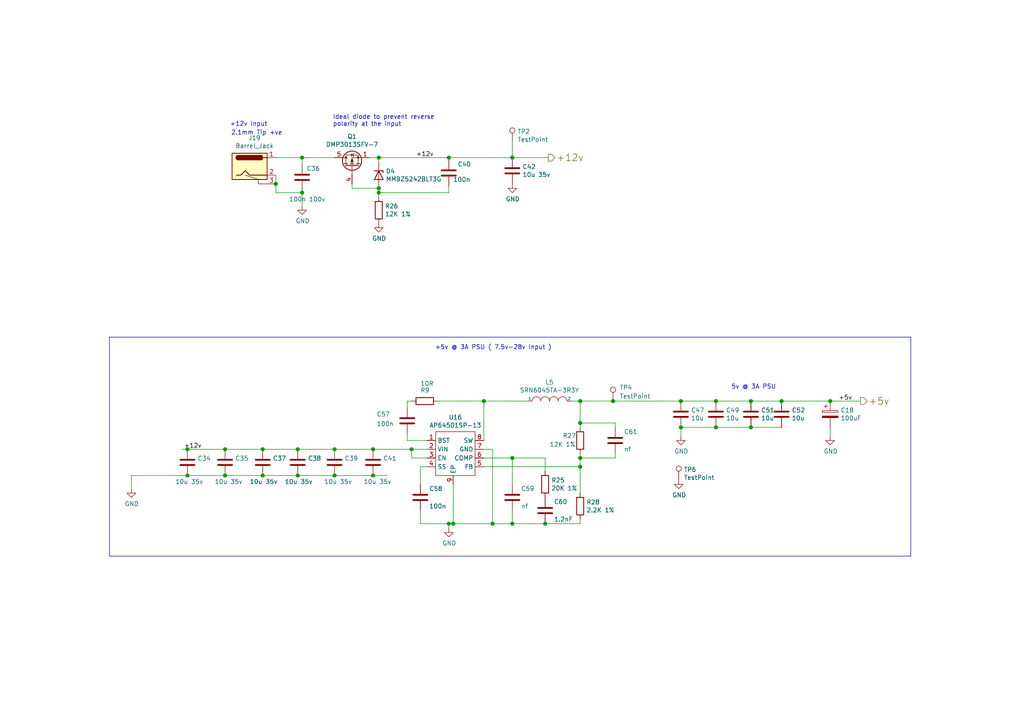
<source format=kicad_sch>
(kicad_sch (version 20210621) (generator eeschema)
  (paper "A4")
  (title_block (title "Compute Module 4 IO Board - PSUs") (company "(c) Raspberry Pi Trading 2020") (comment 1 "www.raspberrypi.org"))
  (lib_symbols
    (symbol "CM4IO:AP64351"
      (property "Reference" "U" (at 0 8.89 0))
      (property "Value" "AP64351" (at 1.27 6.35 0))
      (symbol "AP64351_0_1"
        (rectangle (start -5.08 5.08) (end 6.35 -7.62))
      )
      (symbol "AP64351_1_1"
        (pin passive line (at -7.62 2.54 0) (length 2.54) (name "BST") (number "1"))
        (pin power_in line (at -7.62 0 0) (length 2.54) (name "VIN") (number "2"))
        (pin input line (at -7.62 -2.54 0) (length 2.54) (name "EN") (number "3"))
        (pin input line (at -7.62 -5.08 0) (length 2.54) (name "SS") (number "4"))
        (pin input line (at 8.89 -5.08 180) (length 2.54) (name "FB") (number "5"))
        (pin input line (at 8.89 -2.54 180) (length 2.54) (name "COMP") (number "6"))
        (pin power_in line (at 8.89 0 180) (length 2.54) (name "GND") (number "7"))
        (pin output line (at 8.89 2.54 180) (length 2.54) (name "SW") (number "8"))
        (pin passive line (at 0 -10.16 90) (length 2.54) (name "EP") (number "9"))
      )
    )
    (symbol "CM4IO:Barrel_Jack"
      (property "Reference" "J" (at 0 5.334 0))
      (property "Value" "Barrel_Jack" (at 0 -5.08 0))
      (symbol "Barrel_Jack_0_1"
        (arc (start -3.302 3.175) (end -3.302 1.905) (radius (at -3.302 2.54) (length 0.635) (angles 90.1 -90.1)) (stroke (width 0.254)))
        (arc (start -3.302 3.175) (end -3.302 1.905) (radius (at -3.302 2.54) (length 0.635) (angles 90.1 -90.1)) (stroke (width 0.254)) (fill (type outline)))
        (rectangle (start 3.683 3.175) (end -3.302 1.905) (stroke (width 0.254)) (fill (type outline)))
        (rectangle (start -5.08 3.81) (end 5.08 -3.81) (stroke (width 0.254)) (fill (type background)))
        (polyline (pts (xy 5.08 2.54) (xy 3.81 2.54)) (stroke (width 0.254)))
        (polyline (pts (xy 5.08 -5.08) (xy 2.54 -5.08) (xy 2.54 -3.81) (xy -1.27 -2.54)))
        (polyline (pts (xy -3.81 -2.54) (xy -2.54 -2.54) (xy -1.27 -1.27) (xy 0 -2.54) (xy 2.54 -2.54) (xy 5.08 -2.54)) (stroke (width 0.254)))
      )
      (symbol "Barrel_Jack_1_1"
        (pin passive line (at 7.62 2.54 180) (length 2.54) (name "~") (number "1"))
        (pin passive line (at 7.62 -2.54 180) (length 2.54) (name "~") (number "2"))
        (pin passive line (at 7.62 -5.08 180) (length 2.54) (name "~") (number "3"))
      )
    )
    (symbol "Connector:TestPoint" (pin_numbers hide) (pin_names (offset 0.762) hide)
      (property "Reference" "TP" (at 0 6.858 0))
      (property "Value" "TestPoint" (at 0 5.08 0))
      (symbol "TestPoint_0_1"
        (circle (center 0 3.302) (radius 0.762))
      )
      (symbol "TestPoint_1_1"
        (pin passive line (at 0 0 90) (length 2.54) (name "1") (number "1"))
      )
    )
    (symbol "Device:C" (pin_numbers hide) (pin_names (offset 0.254))
      (property "Reference" "C" (at 0.635 2.54 0))
      (property "Value" "C" (at 0.635 -2.54 0))
      (symbol "C_0_1"
        (polyline (pts (xy -2.032 -0.762) (xy 2.032 -0.762)) (stroke (width 0.508)))
        (polyline (pts (xy -2.032 0.762) (xy 2.032 0.762)) (stroke (width 0.508)))
      )
      (symbol "C_1_1"
        (pin passive line (at 0 3.81 270) (length 2.794) (name "~") (number "1"))
        (pin passive line (at 0 -3.81 90) (length 2.794) (name "~") (number "2"))
      )
    )
    (symbol "Device:CP" (pin_numbers hide) (pin_names (offset 0.254))
      (property "Reference" "C" (at 0.635 2.54 0))
      (property "Value" "CP" (at 0.635 -2.54 0))
      (symbol "CP_0_1"
        (rectangle (start -2.286 0.508) (end 2.286 1.016))
        (rectangle (start 2.286 -0.508) (end -2.286 -1.016) (fill (type outline)))
        (polyline (pts (xy -1.778 2.286) (xy -0.762 2.286)))
        (polyline (pts (xy -1.27 2.794) (xy -1.27 1.778)))
      )
      (symbol "CP_1_1"
        (pin passive line (at 0 3.81 270) (length 2.794) (name "~") (number "1"))
        (pin passive line (at 0 -3.81 90) (length 2.794) (name "~") (number "2"))
      )
    )
    (symbol "Device:R" (pin_numbers hide) (pin_names (offset 0))
      (property "Reference" "R" (at 2.032 0 90))
      (property "Value" "R" (at 0 0 90))
      (symbol "R_0_1"
        (rectangle (start -1.016 -2.54) (end 1.016 2.54) (stroke (width 0.254)))
      )
      (symbol "R_1_1"
        (pin passive line (at 0 3.81 270) (length 1.27) (name "~") (number "1"))
        (pin passive line (at 0 -3.81 90) (length 1.27) (name "~") (number "2"))
      )
    )
    (symbol "Diode:BZX84Cxx" (pin_numbers hide) (pin_names hide)
      (property "Reference" "D" (at 0 2.54 0))
      (property "Value" "BZX84Cxx" (at 0 -2.54 0))
      (symbol "BZX84Cxx_0_1"
        (polyline (pts (xy 1.27 0) (xy -1.27 0)))
        (polyline (pts (xy -1.27 -1.27) (xy -1.27 1.27) (xy -0.762 1.27)) (stroke (width 0.254)))
        (polyline (pts (xy 1.27 -1.27) (xy 1.27 1.27) (xy -1.27 0) (xy 1.27 -1.27)) (stroke (width 0.254)))
      )
      (symbol "BZX84Cxx_1_1"
        (pin passive line (at -3.81 0 0) (length 2.54) (name "K") (number "1"))
        (pin passive line (at 3.81 0 180) (length 2.54) (name "A") (number "2"))
      )
    )
    (symbol "Transistor_FET:DMP3013SFV" (pin_names hide)
      (property "Reference" "Q" (at 5.08 1.905 0))
      (property "Value" "DMP3013SFV" (at 5.08 0 0))
      (symbol "DMP3013SFV_0_1"
        (circle (center 1.651 0) (radius 2.794) (stroke (width 0.254)))
        (circle (center 2.54 -1.778) (radius 0.254) (fill (type outline)))
        (circle (center 2.54 1.778) (radius 0.254) (fill (type outline)))
        (polyline (pts (xy 0.254 0) (xy -2.54 0)))
        (polyline (pts (xy 0.254 1.905) (xy 0.254 -1.905)) (stroke (width 0.254)))
        (polyline (pts (xy 0.762 -1.27) (xy 0.762 -2.286)) (stroke (width 0.254)))
        (polyline (pts (xy 0.762 0.508) (xy 0.762 -0.508)) (stroke (width 0.254)))
        (polyline (pts (xy 0.762 2.286) (xy 0.762 1.27)) (stroke (width 0.254)))
        (polyline (pts (xy 2.54 2.54) (xy 2.54 1.778)))
        (polyline (pts (xy 2.54 -2.54) (xy 2.54 0) (xy 0.762 0)))
        (polyline (pts (xy 0.762 1.778) (xy 3.302 1.778) (xy 3.302 -1.778) (xy 0.762 -1.778)))
        (polyline (pts (xy 2.794 -0.508) (xy 2.921 -0.381) (xy 3.683 -0.381) (xy 3.81 -0.254)))
        (polyline (pts (xy 3.302 -0.381) (xy 2.921 0.254) (xy 3.683 0.254) (xy 3.302 -0.381)))
        (polyline (pts (xy 2.286 0) (xy 1.27 0.381) (xy 1.27 -0.381) (xy 2.286 0)) (fill (type outline)))
      )
      (symbol "DMP3013SFV_1_1"
        (pin passive line (at 2.54 -5.08 90) (length 2.54) (name "S") (number "1"))
        (pin passive line (at 2.54 -5.08 90) (length 2.54) hide (name "S") (number "2"))
        (pin passive line (at 2.54 -5.08 90) (length 2.54) hide (name "S") (number "3"))
        (pin passive line (at -5.08 0 0) (length 2.54) (name "G") (number "4"))
        (pin passive line (at 2.54 5.08 270) (length 2.54) (name "D") (number "5"))
      )
    )
    (symbol "power:GND" (power) (pin_names (offset 0))
      (property "Value" "GND" (at 0 -3.81 0))
      (symbol "GND_0_1"
        (polyline (pts (xy 0 0) (xy 0 -1.27) (xy 1.27 -1.27) (xy 0 -2.54) (xy -1.27 -1.27) (xy 0 -1.27)))
      )
      (symbol "GND_1_1"
        (pin power_in line (at 0 0 270) (length 0) hide (name "GND") (number "1"))
      )
    )
    (symbol "pspice:INDUCTOR" (pin_numbers hide) (pin_names (offset 0))
      (property "Reference" "L" (at 0 2.54 0))
      (property "Value" "INDUCTOR" (at 0 -1.27 0))
      (symbol "INDUCTOR_0_1"
        (arc (start -2.54 0) (end -5.08 0) (radius (at -3.81 0) (length 1.27) (angles 0.1 179.9)))
        (arc (start 0 0) (end -2.54 0) (radius (at -1.27 0) (length 1.27) (angles 0.1 179.9)))
        (arc (start 2.54 0) (end 0 0) (radius (at 1.27 0) (length 1.27) (angles 0.1 179.9)))
        (arc (start 5.08 0) (end 2.54 0) (radius (at 3.81 0) (length 1.27) (angles 0.1 179.9)))
      )
      (symbol "INDUCTOR_1_1"
        (pin input line (at -6.35 0 0) (length 1.27) (name "1") (number "1"))
        (pin input line (at 6.35 0 180) (length 1.27) (name "2") (number "2"))
      )
    )
  )
  (junction (at 54.356 130.302) (diameter 1.016))
  (junction (at 54.356 137.922) (diameter 1.016))
  (junction (at 65.278 130.302) (diameter 1.016))
  (junction (at 65.278 137.922) (diameter 1.016))
  (junction (at 76.2 130.302) (diameter 1.016))
  (junction (at 76.2 137.922) (diameter 1.016))
  (junction (at 80.01 53.34) (diameter 1.016))
  (junction (at 86.36 130.302) (diameter 1.016))
  (junction (at 86.36 137.922) (diameter 1.016))
  (junction (at 87.63 45.72) (diameter 1.016))
  (junction (at 87.63 55.88) (diameter 1.016))
  (junction (at 97.028 130.302) (diameter 1.016))
  (junction (at 97.028 137.922) (diameter 1.016))
  (junction (at 108.204 130.302) (diameter 1.016))
  (junction (at 108.204 137.922) (diameter 1.016))
  (junction (at 109.855 45.72) (diameter 1.016))
  (junction (at 109.855 54.61) (diameter 1.016))
  (junction (at 109.855 55.88) (diameter 1.016))
  (junction (at 119.38 130.302) (diameter 1.016))
  (junction (at 130.175 45.72) (diameter 1.016))
  (junction (at 130.175 151.892) (diameter 1.016))
  (junction (at 131.445 151.892) (diameter 1.016))
  (junction (at 140.335 116.332) (diameter 1.016))
  (junction (at 142.875 151.892) (diameter 1.016))
  (junction (at 148.59 45.72) (diameter 1.016))
  (junction (at 148.59 132.842) (diameter 1.016))
  (junction (at 148.59 151.892) (diameter 1.016))
  (junction (at 158.115 151.892) (diameter 1.016))
  (junction (at 168.275 116.332) (diameter 1.016))
  (junction (at 168.275 122.682) (diameter 1.016))
  (junction (at 168.275 132.842) (diameter 1.016))
  (junction (at 168.275 135.382) (diameter 1.016))
  (junction (at 177.8 116.332) (diameter 1.016))
  (junction (at 197.485 116.332) (diameter 1.016))
  (junction (at 197.485 123.952) (diameter 1.016))
  (junction (at 207.645 116.332) (diameter 1.016))
  (junction (at 207.645 123.952) (diameter 1.016))
  (junction (at 217.805 116.332) (diameter 1.016))
  (junction (at 217.805 123.952) (diameter 1.016))
  (junction (at 226.695 116.332) (diameter 1.016))
  (junction (at 240.792 116.332) (diameter 1.016))
  (wire (pts (xy 38.1 137.922) (xy 38.1 141.732)))
  (wire (pts (xy 38.1 137.922) (xy 54.356 137.922)))
  (wire (pts (xy 52.705 130.302) (xy 54.356 130.302)))
  (wire (pts (xy 54.356 130.302) (xy 65.278 130.302)))
  (wire (pts (xy 54.356 137.922) (xy 65.278 137.922)))
  (wire (pts (xy 65.278 130.302) (xy 76.2 130.302)))
  (wire (pts (xy 65.278 137.922) (xy 76.2 137.922)))
  (wire (pts (xy 76.2 130.302) (xy 86.36 130.302)))
  (wire (pts (xy 76.2 137.922) (xy 86.36 137.922)))
  (wire (pts (xy 80.01 45.72) (xy 87.63 45.72)))
  (wire (pts (xy 80.01 53.34) (xy 80.01 50.8)))
  (wire (pts (xy 80.01 55.88) (xy 80.01 53.34)))
  (wire (pts (xy 80.01 55.88) (xy 87.63 55.88)))
  (wire (pts (xy 86.36 130.302) (xy 97.028 130.302)))
  (wire (pts (xy 86.36 137.922) (xy 97.028 137.922)))
  (wire (pts (xy 87.63 45.72) (xy 87.63 47.625)))
  (wire (pts (xy 87.63 45.72) (xy 97.028 45.72)))
  (wire (pts (xy 87.63 55.245) (xy 87.63 55.88)))
  (wire (pts (xy 87.63 55.88) (xy 87.63 59.69)))
  (wire (pts (xy 97.028 130.302) (xy 108.204 130.302)))
  (wire (pts (xy 97.028 137.922) (xy 108.204 137.922)))
  (wire (pts (xy 102.108 53.34) (xy 102.108 54.61)))
  (wire (pts (xy 102.108 54.61) (xy 109.855 54.61)))
  (wire (pts (xy 107.188 45.72) (xy 109.855 45.72)))
  (wire (pts (xy 108.204 130.302) (xy 119.38 130.302)))
  (wire (pts (xy 108.204 137.922) (xy 112.395 137.922)))
  (wire (pts (xy 109.855 45.72) (xy 109.855 46.99)))
  (wire (pts (xy 109.855 45.72) (xy 130.175 45.72)))
  (wire (pts (xy 109.855 54.61) (xy 109.855 55.88)))
  (wire (pts (xy 109.855 55.88) (xy 109.855 57.15)))
  (wire (pts (xy 109.855 55.88) (xy 130.175 55.88)))
  (wire (pts (xy 118.11 116.332) (xy 119.38 116.332)))
  (wire (pts (xy 118.11 118.237) (xy 118.11 116.332)))
  (wire (pts (xy 118.11 125.857) (xy 118.11 127.762)))
  (wire (pts (xy 118.11 127.762) (xy 123.825 127.762)))
  (wire (pts (xy 119.38 130.302) (xy 119.38 132.842)))
  (wire (pts (xy 119.38 130.302) (xy 123.825 130.302)))
  (wire (pts (xy 119.38 132.842) (xy 123.825 132.842)))
  (wire (pts (xy 121.92 135.382) (xy 121.92 140.462)))
  (wire (pts (xy 121.92 148.082) (xy 121.92 151.892)))
  (wire (pts (xy 121.92 151.892) (xy 130.175 151.892)))
  (wire (pts (xy 123.825 135.382) (xy 121.92 135.382)))
  (wire (pts (xy 127 116.332) (xy 140.335 116.332)))
  (wire (pts (xy 130.175 45.72) (xy 130.175 46.355)))
  (wire (pts (xy 130.175 45.72) (xy 148.59 45.72)))
  (wire (pts (xy 130.175 55.88) (xy 130.175 53.975)))
  (wire (pts (xy 130.175 151.892) (xy 131.445 151.892)))
  (wire (pts (xy 130.175 153.162) (xy 130.175 151.892)))
  (wire (pts (xy 131.445 140.462) (xy 131.445 151.892)))
  (wire (pts (xy 131.445 151.892) (xy 142.875 151.892)))
  (wire (pts (xy 140.335 116.332) (xy 140.335 127.762)))
  (wire (pts (xy 140.335 116.332) (xy 153.035 116.332)))
  (wire (pts (xy 140.335 130.302) (xy 142.875 130.302)))
  (wire (pts (xy 140.335 132.842) (xy 148.59 132.842)))
  (wire (pts (xy 140.335 135.382) (xy 168.275 135.382)))
  (wire (pts (xy 142.875 130.302) (xy 142.875 151.892)))
  (wire (pts (xy 142.875 151.892) (xy 148.59 151.892)))
  (wire (pts (xy 148.59 41.148) (xy 148.59 45.72)))
  (wire (pts (xy 148.59 45.72) (xy 159.004 45.72)))
  (wire (pts (xy 148.59 132.842) (xy 148.59 140.462)))
  (wire (pts (xy 148.59 132.842) (xy 158.115 132.842)))
  (wire (pts (xy 148.59 148.082) (xy 148.59 151.892)))
  (wire (pts (xy 148.59 151.892) (xy 158.115 151.892)))
  (wire (pts (xy 158.115 136.652) (xy 158.115 132.842)))
  (wire (pts (xy 158.115 151.892) (xy 168.275 151.892)))
  (wire (pts (xy 165.735 116.332) (xy 168.275 116.332)))
  (wire (pts (xy 168.275 116.332) (xy 168.275 122.682)))
  (wire (pts (xy 168.275 116.332) (xy 177.8 116.332)))
  (wire (pts (xy 168.275 122.682) (xy 168.275 123.952)))
  (wire (pts (xy 168.275 122.682) (xy 178.435 122.682)))
  (wire (pts (xy 168.275 131.572) (xy 168.275 132.842)))
  (wire (pts (xy 168.275 132.842) (xy 168.275 135.382)))
  (wire (pts (xy 168.275 132.842) (xy 178.435 132.842)))
  (wire (pts (xy 168.275 135.382) (xy 168.275 143.002)))
  (wire (pts (xy 168.275 151.892) (xy 168.275 150.622)))
  (wire (pts (xy 177.8 116.332) (xy 197.485 116.332)))
  (wire (pts (xy 178.435 122.682) (xy 178.435 123.952)))
  (wire (pts (xy 178.435 132.842) (xy 178.435 131.572)))
  (wire (pts (xy 197.485 116.332) (xy 207.645 116.332)))
  (wire (pts (xy 197.485 123.952) (xy 197.485 126.492)))
  (wire (pts (xy 207.645 116.332) (xy 217.805 116.332)))
  (wire (pts (xy 207.645 123.952) (xy 197.485 123.952)))
  (wire (pts (xy 217.805 116.332) (xy 226.695 116.332)))
  (wire (pts (xy 217.805 123.952) (xy 207.645 123.952)))
  (wire (pts (xy 226.695 116.332) (xy 240.792 116.332)))
  (wire (pts (xy 226.695 123.952) (xy 217.805 123.952)))
  (wire (pts (xy 240.792 116.332) (xy 249.555 116.332)))
  (wire (pts (xy 240.792 123.952) (xy 240.792 126.492)))
  (polyline (pts (xy 31.75 97.79) (xy 31.75 161.29)) (stroke (width 0) (type solid)))
  (polyline (pts (xy 31.75 97.79) (xy 264.16 97.79)) (stroke (width 0) (type solid)))
  (polyline (pts (xy 264.16 97.79) (xy 264.16 161.29)) (stroke (width 0) (type solid)))
  (polyline (pts (xy 264.16 161.29) (xy 31.75 161.29)) (stroke (width 0) (type solid)))
  (text "+12v Input" (at 66.675 36.83 0) (effects (font (size 1.27 1.27)) (justify left bottom)))
  (text "2.1mm Tip +ve" (at 81.915 39.37 180) (effects (font (size 1.27 1.27)) (justify right bottom)))
  (text "Ideal diode to prevent reverse\npolarity at the input" (at 96.52 36.83 0) (effects (font (size 1.27 1.27)) (justify left bottom)))
  (text "+5v @ 3A PSU ( 7.5v-28v Input )" (at 160.02 101.6 180) (effects (font (size 1.27 1.27)) (justify right bottom)))
  (text "5v @ 3A PSU\n" (at 212.09 113.03 0) (effects (font (size 1.27 1.27)) (justify left bottom)))
  (label "+12v" (at 53.34 130.302 0))
  (label "+12v" (at 120.65 45.72 0))
  (label "+5v" (at 243.205 116.332 0))
  (hierarchical_label "+12v" (shape output) (at 159.004 45.72 0) (effects (font (size 2.0066 2.0066))))
  (hierarchical_label "+5v" (shape output) (at 249.555 116.332 0) (effects (font (size 2.0066 2.0066))))
  (symbol (lib_id "Connector:TestPoint") (at 148.59 41.148 0) (unit 1)
    (property "Reference" "TP2" (at 150.0632 38.1508 0) (effects (justify left)))
    (property "Value" "TestPoint" (at 150.0632 40.4622 0) (effects (justify left)))
    (property "Footprint" "TestPoint:TestPoint_Pad_2.0x2.0mm" (effects hide))
    (property "Field4" "nf" (effects hide))
    (property "Field5" "nf" (effects hide))
    (property "Field6" "nf" (effects hide))
    (property "Field7" "nf" (effects hide))
  )
  (symbol (lib_id "Connector:TestPoint") (at 177.8 116.332 0) (unit 1)
    (property "Reference" "TP4" (at 179.705 112.395 0) (effects (justify left)))
    (property "Value" "TestPoint" (at 179.705 114.935 0) (effects (justify left)))
    (property "Footprint" "TestPoint:TestPoint_Pad_2.0x2.0mm" (effects hide))
    (property "Field4" "nf" (effects hide))
    (property "Field5" "nf" (effects hide))
    (property "Field6" "nf" (effects hide))
    (property "Field7" "nf" (effects hide))
  )
  (symbol (lib_id "Connector:TestPoint") (at 196.85 139.192 0) (unit 1)
    (property "Reference" "TP6" (at 198.3232 136.1948 0) (effects (justify left)))
    (property "Value" "TestPoint" (at 198.3232 138.5062 0) (effects (justify left)))
    (property "Footprint" "TestPoint:TestPoint_Pad_2.0x2.0mm" (effects hide))
    (property "Field4" "nf" (effects hide))
    (property "Field5" "nf" (effects hide))
    (property "Field6" "nf" (effects hide))
    (property "Field7" "nf" (effects hide))
  )
  (symbol (lib_id "power:GND") (at 38.1 141.732 0) (unit 1)
    (property "Reference" "#PWR0120" (effects hide))
    (property "Value" "GND" (at 38.227 146.1262 0))
  )
  (symbol (lib_id "power:GND") (at 87.63 59.69 0) (unit 1)
    (property "Reference" "#PWR041" (effects hide))
    (property "Value" "GND" (at 87.757 64.0842 0))
  )
  (symbol (lib_id "power:GND") (at 109.855 64.77 0) (unit 1)
    (property "Reference" "#PWR042" (effects hide))
    (property "Value" "GND" (at 109.982 69.1642 0))
  )
  (symbol (lib_id "power:GND") (at 130.175 153.162 0) (unit 1)
    (property "Reference" "#PWR0119" (effects hide))
    (property "Value" "GND" (at 130.302 157.5562 0))
  )
  (symbol (lib_id "power:GND") (at 148.59 53.34 0) (unit 1)
    (property "Reference" "#PWR043" (effects hide))
    (property "Value" "GND" (at 148.717 57.7342 0))
  )
  (symbol (lib_id "power:GND") (at 196.85 139.192 0) (unit 1)
    (property "Reference" "#PWR0122" (effects hide))
    (property "Value" "GND" (at 196.977 143.5862 0))
  )
  (symbol (lib_id "power:GND") (at 197.485 126.492 0) (unit 1)
    (property "Reference" "#PWR0118" (effects hide))
    (property "Value" "GND" (at 197.612 130.8862 0))
  )
  (symbol (lib_id "power:GND") (at 240.792 126.492 0) (unit 1)
    (property "Reference" "#PWR02" (effects hide))
    (property "Value" "GND" (at 240.919 130.8862 0))
  )
  (symbol (lib_id "Device:R") (at 109.855 60.96 0) (unit 1)
    (property "Reference" "R26" (at 111.633 59.7916 0) (effects (justify left)))
    (property "Value" "12K 1%" (at 111.633 62.103 0) (effects (justify left)))
    (property "Footprint" "Resistor_SMD:R_0402_1005Metric" (effects hide))
    (property "Datasheet" "https://fscdn.rohm.com/en/products/databook/datasheet/passive/resistor/chip_resistor/mcr-e.pdf" (effects hide))
    (property "Field4" "Farnell" (effects hide))
    (property "Field5" "9239367" (effects hide))
    (property "Field7" "Rohm" (effects hide))
    (property "Field6" "MCR01MZPF1202" (effects hide))
    (property "Part Description" "Resistor 12K M1005 1% 63mW" (effects hide))
  )
  (symbol (lib_id "Device:R") (at 123.19 116.332 270) (unit 1)
    (property "Reference" "R9" (at 121.92 113.157 90) (effects (justify left)))
    (property "Value" "10R" (at 121.92 111.252 90) (effects (justify left)))
    (property "Footprint" "Resistor_SMD:R_0402_1005Metric" (effects hide))
    (property "Datasheet" "https://fscdn.rohm.com/en/products/databook/datasheet/passive/resistor/chip_resistor/mcr-e.pdf" (effects hide))
    (property "Field4" "Farnell" (effects hide))
    (property "Field5" "9238999" (effects hide))
    (property "Field7" "Yageo" (effects hide))
    (property "Field6" "RC0402FR-0710RL" (effects hide))
    (property "Field8" "URES00256" (effects hide))
    (property "Part Description" "Resistor 10R M1005 1% 63mW" (effects hide))
  )
  (symbol (lib_id "Device:R") (at 158.115 140.462 0) (unit 1)
    (property "Reference" "R25" (at 159.893 139.2936 0) (effects (justify left)))
    (property "Value" "20K 1%" (at 159.893 141.605 0) (effects (justify left)))
    (property "Footprint" "Resistor_SMD:R_0402_1005Metric" (effects hide))
    (property "Datasheet" "https://fscdn.rohm.com/en/products/databook/datasheet/passive/resistor/chip_resistor/mcr-e.pdf" (effects hide))
    (property "Field4" "Farnell" (effects hide))
    (property "Field5" "2331485" (effects hide))
    (property "Field7" "KOA EUROPE GMBH" (effects hide))
    (property "Field6" "RK73H1ETTP2002F" (effects hide))
    (property "Part Description" "Resistor 20K M1005 1% 63mW" (effects hide))
  )
  (symbol (lib_id "Device:R") (at 168.275 127.762 0) (unit 1)
    (property "Reference" "R27" (at 163.195 126.365 0) (effects (justify left)))
    (property "Value" "12K 1%" (at 159.385 128.905 0) (effects (justify left)))
    (property "Footprint" "Resistor_SMD:R_0402_1005Metric" (effects hide))
    (property "Datasheet" "https://fscdn.rohm.com/en/products/databook/datasheet/passive/resistor/chip_resistor/mcr-e.pdf" (effects hide))
    (property "Field4" "Farnell" (effects hide))
    (property "Field5" "9239367" (effects hide))
    (property "Field7" "Rohm" (effects hide))
    (property "Field6" "MCR01MZPF1202" (effects hide))
    (property "Part Description" "Resistor 12K M1005 1% 63mW" (effects hide))
  )
  (symbol (lib_id "Device:R") (at 168.275 146.812 0) (unit 1)
    (property "Reference" "R28" (at 170.053 145.6436 0) (effects (justify left)))
    (property "Value" "2.2K 1%" (at 170.053 147.955 0) (effects (justify left)))
    (property "Footprint" "Resistor_SMD:R_0402_1005Metric" (effects hide))
    (property "Datasheet" "https://fscdn.rohm.com/en/products/databook/datasheet/passive/resistor/chip_resistor/mcr-e.pdf" (effects hide))
    (property "Field4" "Farnell" (effects hide))
    (property "Field5" "9239278" (effects hide))
    (property "Field6" "RK73G1ETQTP2201D         " (effects hide))
    (property "Field7" "KOA EUROPE GMBH" (effects hide))
    (property "Part Description" "Resistor 2.2K M1005 1% 63mW" (effects hide))
    (property "Field8" "120889581" (effects hide))
  )
  (symbol (lib_id "pspice:INDUCTOR") (at 159.385 116.332 0) (unit 1)
    (property "Reference" "L5" (at 159.385 110.871 0))
    (property "Value" "SRN6045TA-3R3Y" (at 159.385 113.1824 0))
    (property "Footprint" "Inductor_SMD:L_Bourns_SRN6045TA" (effects hide))
    (property "Datasheet" "https://www.bourns.com/docs/Product-Datasheets/SRN6045TA.pdf" (effects hide))
    (property "Field4" "Farnell" (effects hide))
    (property "Field5" "2616889" (effects hide))
    (property "Field6" "SRN6045TA-3R3Y" (effects hide))
    (property "Field7" "Bourns" (effects hide))
    (property "Part Description" "3.3µH Semi-Shielded Wirewound Inductor 7.8A 21mOhm Nonstandard" (effects hide))
  )
  (symbol (lib_id "Diode:BZX84Cxx") (at 109.855 50.8 270) (unit 1)
    (property "Reference" "D4" (at 111.887 49.657 90) (effects (justify left)))
    (property "Value" "MMBZ5242BLT3G" (at 111.887 51.943 90) (effects (justify left)))
    (property "Footprint" "Diode_SMD:D_SOT-23_ANK" (effects hide))
    (property "Datasheet" "https://diotec.com/tl_files/diotec/files/pdf/datasheets/bzx84c2v4.pdf" (effects hide))
    (property "Field4" "Digikey" (effects hide))
    (property "Field5" "	MMBZ5242BLT3GOSCT-ND" (effects hide))
    (property "Field6" "MMBZ5242BLT3G" (effects hide))
    (property "Field7" "Onsemi" (effects hide))
    (property "Part Description" "	Zener Diode 12V 225mW 5% Surface Mount SOT-23-3 (TO-236)" (effects hide))
  )
  (symbol (lib_id "Device:C") (at 54.356 134.112 0) (unit 1)
    (property "Reference" "C34" (at 57.277 132.9436 0) (effects (justify left)))
    (property "Value" "10u 35v" (at 50.8 139.7 0) (effects (justify left)))
    (property "Footprint" "Capacitor_SMD:C_0805_2012Metric" (effects hide))
    (property "Datasheet" "https://www.murata.com/en-global/products/productdetail.aspx?partno=GRM21BC8YA106ME11%23" (effects hide))
    (property "Field5" "490-10505-1-ND" (effects hide))
    (property "Field4" "Digikey" (effects hide))
    (property "Field6" "GRM21BC8YA106KE11L " (effects hide))
    (property "Field7" "Murata" (effects hide))
    (property "Part Description" "	10uF 10% or 20% 35V Ceramic Capacitor X6S 0805 (2012 Metric)" (effects hide))
  )
  (symbol (lib_id "Device:C") (at 65.278 134.112 0) (unit 1)
    (property "Reference" "C35" (at 68.199 132.9436 0) (effects (justify left)))
    (property "Value" "10u 35v" (at 62.23 139.7 0) (effects (justify left)))
    (property "Footprint" "Capacitor_SMD:C_0805_2012Metric" (effects hide))
    (property "Datasheet" "https://www.murata.com/en-global/products/productdetail.aspx?partno=GRM21BC8YA106ME11%23" (effects hide))
    (property "Field5" "490-10505-1-ND" (effects hide))
    (property "Field4" "Digikey" (effects hide))
    (property "Field6" "GRM21BC8YA106KE11L " (effects hide))
    (property "Field7" "Murata" (effects hide))
    (property "Part Description" "	10uF 10% or 20% 35V Ceramic Capacitor X6S 0805 (2012 Metric)" (effects hide))
  )
  (symbol (lib_id "Device:C") (at 76.2 134.112 0) (unit 1)
    (property "Reference" "C37" (at 79.121 132.9436 0) (effects (justify left)))
    (property "Value" "10u 35v" (at 72.39 139.7 0) (effects (justify left)))
    (property "Footprint" "Capacitor_SMD:C_0805_2012Metric" (effects hide))
    (property "Datasheet" "https://www.murata.com/en-global/products/productdetail.aspx?partno=GRM21BC8YA106ME11%23" (effects hide))
    (property "Field5" "490-10505-1-ND" (effects hide))
    (property "Field4" "Digikey" (effects hide))
    (property "Field6" "GRM21BC8YA106KE11L " (effects hide))
    (property "Field7" "Murata" (effects hide))
    (property "Part Description" "	10uF 10% or 20% 35V Ceramic Capacitor X6S 0805 (2012 Metric)" (effects hide))
  )
  (symbol (lib_id "Device:C") (at 86.36 134.112 0) (unit 1)
    (property "Reference" "C38" (at 89.281 132.9436 0) (effects (justify left)))
    (property "Value" "10u 35v" (at 82.55 139.7 0) (effects (justify left)))
    (property "Footprint" "Capacitor_SMD:C_0805_2012Metric" (effects hide))
    (property "Datasheet" "https://www.murata.com/en-global/products/productdetail.aspx?partno=GRM21BC8YA106ME11%23" (effects hide))
    (property "Field5" "490-10505-1-ND" (effects hide))
    (property "Field4" "Digikey" (effects hide))
    (property "Field6" "GRM21BC8YA106KE11L " (effects hide))
    (property "Field7" "Murata" (effects hide))
    (property "Part Description" "	10uF 10% or 20% 35V Ceramic Capacitor X6S 0805 (2012 Metric)" (effects hide))
  )
  (symbol (lib_id "Device:C") (at 87.63 51.435 0) (unit 1)
    (property "Reference" "C36" (at 88.9 48.895 0) (effects (justify left)))
    (property "Value" "100n 100v" (at 83.82 57.785 0) (effects (justify left)))
    (property "Footprint" "Capacitor_SMD:C_0402_1005Metric" (effects hide))
    (property "Datasheet" "https://psearch.en.murata.com/capacitor/product/GRM155R62A104KE14%23.pdf" (effects hide))
    (property "Field4" "Farnell" (effects hide))
    (property "Field5" "2611907" (effects hide))
    (property "Field6" "GRM155R62A104KE14D" (effects hide))
    (property "Field7" "Murata" (effects hide))
    (property "Part Description" "	0.1uF 10% 100V Ceramic Capacitor X5R 0402 (1005 Metric)" (effects hide))
  )
  (symbol (lib_id "Device:C") (at 97.028 134.112 0) (unit 1)
    (property "Reference" "C39" (at 99.949 132.9436 0) (effects (justify left)))
    (property "Value" "10u 35v" (at 93.98 139.7 0) (effects (justify left)))
    (property "Footprint" "Capacitor_SMD:C_0805_2012Metric" (effects hide))
    (property "Datasheet" "https://www.murata.com/en-global/products/productdetail.aspx?partno=GRM21BC8YA106ME11%23" (effects hide))
    (property "Field5" "490-10505-1-ND" (effects hide))
    (property "Field4" "Digikey" (effects hide))
    (property "Field6" "GRM21BC8YA106KE11L " (effects hide))
    (property "Field7" "Murata" (effects hide))
    (property "Part Description" "	10uF 10% or 20% 35V Ceramic Capacitor X6S 0805 (2012 Metric)" (effects hide))
  )
  (symbol (lib_id "Device:C") (at 108.204 134.112 0) (unit 1)
    (property "Reference" "C41" (at 111.125 132.9436 0) (effects (justify left)))
    (property "Value" "10u 35v" (at 105.41 139.7 0) (effects (justify left)))
    (property "Footprint" "Capacitor_SMD:C_0805_2012Metric" (effects hide))
    (property "Datasheet" "https://www.murata.com/en-global/products/productdetail.aspx?partno=GRM21BC8YA106ME11%23" (effects hide))
    (property "Field5" "490-10505-1-ND" (effects hide))
    (property "Field4" "Digikey" (effects hide))
    (property "Field6" "GRM21BC8YA106KE11L " (effects hide))
    (property "Field7" "Murata" (effects hide))
    (property "Part Description" "	10uF 10% or 20% 35V Ceramic Capacitor X6S 0805 (2012 Metric)" (effects hide))
  )
  (symbol (lib_id "Device:C") (at 118.11 122.047 0) (unit 1)
    (property "Reference" "C57" (at 109.22 120.142 0) (effects (justify left)))
    (property "Value" "100n" (at 109.22 122.936 0) (effects (justify left)))
    (property "Footprint" "Capacitor_SMD:C_0402_1005Metric" (effects hide))
    (property "Datasheet" "https://search.murata.co.jp/Ceramy/image/img/A01X/G101/ENG/GRM155R71C104KA88-01.pdf" (effects hide))
    (property "Field4" "Farnell" (effects hide))
    (property "Field5" "2611911" (effects hide))
    (property "Field6" "RM EMK105 B7104KV-F" (effects hide))
    (property "Field7" "TAIYO YUDEN EUROPE GMBH" (effects hide))
    (property "Part Description" "	0.1uF 10% 16V Ceramic Capacitor X7R 0402 (1005 Metric)" (effects hide))
    (property "Field8" "110091611" (effects hide))
  )
  (symbol (lib_id "Device:C") (at 121.92 144.272 0) (unit 1)
    (property "Reference" "C58" (at 124.46 141.732 0) (effects (justify left)))
    (property "Value" "100n" (at 124.46 146.812 0) (effects (justify left)))
    (property "Footprint" "Capacitor_SMD:C_0402_1005Metric" (effects hide))
    (property "Datasheet" "https://search.murata.co.jp/Ceramy/image/img/A01X/G101/ENG/GRM155R71C104KA88-01.pdf" (effects hide))
    (property "Field4" "Farnell" (effects hide))
    (property "Field5" "2611911" (effects hide))
    (property "Field6" "RM EMK105 B7104KV-F" (effects hide))
    (property "Field7" "TAIYO YUDEN EUROPE GMBH" (effects hide))
    (property "Part Description" "	0.1uF 10% 16V Ceramic Capacitor X7R 0402 (1005 Metric)" (effects hide))
    (property "Field8" "110091611" (effects hide))
  )
  (symbol (lib_id "Device:C") (at 130.175 50.165 0) (unit 1)
    (property "Reference" "C40" (at 132.715 47.625 0) (effects (justify left)))
    (property "Value" "100n" (at 131.445 52.07 0) (effects (justify left)))
    (property "Footprint" "Capacitor_SMD:C_0402_1005Metric" (effects hide))
    (property "Datasheet" "https://search.murata.co.jp/Ceramy/image/img/A01X/G101/ENG/GRM155R71C104KA88-01.pdf" (effects hide))
    (property "Field4" "Farnell" (effects hide))
    (property "Field5" "2611911" (effects hide))
    (property "Field6" "RM EMK105 B7104KV-F" (effects hide))
    (property "Field7" "TAIYO YUDEN EUROPE GMBH" (effects hide))
    (property "Part Description" "	0.1uF 10% 16V Ceramic Capacitor X7R 0402 (1005 Metric)" (effects hide))
    (property "Field8" "110091611" (effects hide))
  )
  (symbol (lib_id "Device:C") (at 148.59 49.53 0) (unit 1)
    (property "Reference" "C42" (at 151.511 48.3616 0) (effects (justify left)))
    (property "Value" "10u 35v" (at 151.511 50.673 0) (effects (justify left)))
    (property "Footprint" "Capacitor_SMD:C_0805_2012Metric" (effects hide))
    (property "Datasheet" "https://www.murata.com/en-global/products/productdetail.aspx?partno=GRM21BC8YA106ME11%23" (effects hide))
    (property "Field5" "490-10505-1-ND" (effects hide))
    (property "Field4" "Digikey" (effects hide))
    (property "Field6" "GRM21BC8YA106KE11L " (effects hide))
    (property "Field7" "Murata" (effects hide))
    (property "Part Description" "	10uF 10% or 20% 35V Ceramic Capacitor X6S 0805 (2012 Metric)" (effects hide))
  )
  (symbol (lib_id "Device:C") (at 148.59 144.272 0) (unit 1)
    (property "Reference" "C59" (at 151.13 141.732 0) (effects (justify left)))
    (property "Value" "nf" (at 151.13 146.812 0) (effects (justify left)))
    (property "Footprint" "Capacitor_SMD:C_0402_1005Metric" (effects hide))
  )
  (symbol (lib_id "Device:C") (at 158.115 148.082 0) (unit 1)
    (property "Reference" "C60" (at 160.655 145.542 0) (effects (justify left)))
    (property "Value" "1.2nF" (at 160.655 150.622 0) (effects (justify left)))
    (property "Footprint" "Capacitor_SMD:C_0402_1005Metric" (effects hide))
    (property "Datasheet" "http://www.farnell.com/datasheets/2734135.pdf?_ga=2.259347658.1738794919.1588350964-1787849031.1568210898&_gac=1.15394434.1588350964.EAIaIQobChMIgrHHs4yT6QIVxevtCh39TA_nEAAYASAAEgK8PfD_BwE" (effects hide))
    (property "Field4" "Digikey" (effects hide))
    (property "Field5" "490-16429-1-ND" (effects hide))
    (property "Field6" "GCM155R71H122KA37D" (effects hide))
    (property "Field7" "Murata" (effects hide))
    (property "Part Description" "1200pF 10% 10V Ceramic Capacitor X5R 0402 (1005 Metric)" (effects hide))
  )
  (symbol (lib_id "Device:C") (at 178.435 127.762 0) (unit 1)
    (property "Reference" "C61" (at 180.975 125.222 0) (effects (justify left)))
    (property "Value" "nf" (at 180.975 130.302 0) (effects (justify left)))
    (property "Footprint" "Capacitor_SMD:C_0402_1005Metric" (effects hide))
    (property "Datasheet" "http://www.farnell.com/datasheets/2048267.pdf?_ga=2.222777691.1738794919.1588350964-1787849031.1568210898&_gac=1.250356018.1588350964.EAIaIQobChMIgrHHs4yT6QIVxevtCh39TA_nEAAYASAAEgK8PfD_BwE" (effects hide))
    (property "Field4" "Farnell" (effects hide))
    (property "Field5" "2666374" (effects hide))
    (property "Field6" "GRM1555C1H221JA01D" (effects hide))
    (property "Field7" "Murata" (effects hide))
    (property "Part Description" "220 pF, 50 V, 0402 [1005 Metric], ± 5%, C0G / NP0/CH, GCM Series" (effects hide))
  )
  (symbol (lib_id "Device:C") (at 197.485 120.142 0) (unit 1)
    (property "Reference" "C47" (at 200.406 118.9736 0) (effects (justify left)))
    (property "Value" "10u" (at 200.406 121.285 0) (effects (justify left)))
    (property "Footprint" "Capacitor_SMD:C_0805_2012Metric" (effects hide))
    (property "Datasheet" "https://search.murata.co.jp/Ceramy/image/img/A01X/G101/ENG/GRM21BR71A106KA73-01.pdf" (effects hide))
    (property "Field5" "490-14381-1-ND" (effects hide))
    (property "Field4" "Digikey" (effects hide))
    (property "Field6" "GRM21BR71A106KA73L" (effects hide))
    (property "Field7" "Murata" (effects hide))
    (property "Part Description" "	10uF 10% 10V Ceramic Capacitor X7R 0805 (2012 Metric)" (effects hide))
    (property "Field8" "111893011" (effects hide))
  )
  (symbol (lib_id "Device:C") (at 207.645 120.142 0) (unit 1)
    (property "Reference" "C49" (at 210.566 118.9736 0) (effects (justify left)))
    (property "Value" "10u" (at 210.566 121.285 0) (effects (justify left)))
    (property "Footprint" "Capacitor_SMD:C_0805_2012Metric" (effects hide))
    (property "Datasheet" "https://search.murata.co.jp/Ceramy/image/img/A01X/G101/ENG/GRM21BR71A106KA73-01.pdf" (effects hide))
    (property "Field5" "490-14381-1-ND" (effects hide))
    (property "Field4" "Digikey" (effects hide))
    (property "Field6" "GRM21BR71A106KA73L" (effects hide))
    (property "Field7" "Murata" (effects hide))
    (property "Part Description" "	10uF 10% 10V Ceramic Capacitor X7R 0805 (2012 Metric)" (effects hide))
    (property "Field8" "111893011" (effects hide))
  )
  (symbol (lib_id "Device:C") (at 217.805 120.142 0) (unit 1)
    (property "Reference" "C51" (at 220.726 118.9736 0) (effects (justify left)))
    (property "Value" "10u" (at 220.726 121.285 0) (effects (justify left)))
    (property "Footprint" "Capacitor_SMD:C_0805_2012Metric" (effects hide))
    (property "Datasheet" "https://search.murata.co.jp/Ceramy/image/img/A01X/G101/ENG/GRM21BR71A106KA73-01.pdf" (effects hide))
    (property "Field5" "490-14381-1-ND" (effects hide))
    (property "Field4" "Digikey" (effects hide))
    (property "Field6" "GRM21BR71A106KA73L" (effects hide))
    (property "Field7" "Murata" (effects hide))
    (property "Part Description" "	10uF 10% 10V Ceramic Capacitor X7R 0805 (2012 Metric)" (effects hide))
    (property "Field8" "111893011" (effects hide))
  )
  (symbol (lib_id "Device:C") (at 226.695 120.142 0) (unit 1)
    (property "Reference" "C52" (at 229.616 118.9736 0) (effects (justify left)))
    (property "Value" "10u" (at 229.616 121.285 0) (effects (justify left)))
    (property "Footprint" "Capacitor_SMD:C_0805_2012Metric" (effects hide))
    (property "Datasheet" "https://search.murata.co.jp/Ceramy/image/img/A01X/G101/ENG/GRM21BR71A106KA73-01.pdf" (effects hide))
    (property "Field5" "490-14381-1-ND" (effects hide))
    (property "Field4" "Digikey" (effects hide))
    (property "Field6" "GRM21BR71A106KA73L" (effects hide))
    (property "Field7" "Murata" (effects hide))
    (property "Part Description" "	10uF 10% 10V Ceramic Capacitor X7R 0805 (2012 Metric)" (effects hide))
    (property "Field8" "111893011" (effects hide))
  )
  (symbol (lib_id "Device:CP") (at 240.792 120.142 0) (unit 1)
    (property "Reference" "C18" (at 243.7892 118.999 0) (effects (justify left)))
    (property "Value" "100uF" (at 243.7892 121.285 0) (effects (justify left)))
    (property "Footprint" "Capacitor_Tantalum_SMD:CP_EIA-7343-31_Kemet-D" (effects hide))
    (property "Field4" "Mouser" (effects hide))
    (property "Field5" "667-EEF-CX0J101R" (effects hide))
    (property "Part Description" "Capacitor, SP-Cap, 100u, 6.3V, 15mR ESR" (effects hide))
  )
  (symbol (lib_id "Transistor_FET:DMP3013SFV") (at 102.108 48.26 90) (unit 1)
    (property "Reference" "Q1" (at 102.108 39.5986 90))
    (property "Value" "DMP3013SFV-7" (at 102.108 41.91 90))
    (property "Footprint" "Package_SON:Diodes_PowerDI3333-8" (effects hide))
    (property "Datasheet" "https://www.diodes.com/assets/Datasheets/DMP3013SFV.pdf" (effects hide))
    (property "Field4" "Farnell" (effects hide))
    (property "Field5" "3405192" (effects hide))
    (property "Field6" "DMP3013SFV-7" (effects hide))
    (property "Field7" "Diodes" (effects hide))
    (property "Part Description" "DMP3013SFV-7 -  Power MOSFET, P Channel, 30 V, 12 A, 0.008 ohm, PowerDI3333, Surface Mount" (effects hide))
  )
  (symbol (lib_id "CM4IO:Barrel_Jack") (at 72.39 48.26 0) (unit 1)
    (property "Reference" "J19" (at 73.8378 40.005 0))
    (property "Value" "Barrel_Jack" (at 73.8378 42.3164 0))
    (property "Footprint" "Connector_BarrelJack:BarrelJack_Horizontal" (effects hide))
    (property "Datasheet" "https://www.toby.co.uk/uploads/publications/842.pdf" (effects hide))
    (property "Field4" "Toby" (effects hide))
    (property "Field5" "DC-001-A-2.1mm-R" (effects hide))
    (property "Part Description" "DC Power Connectors PCB 2.1MM" (effects hide))
    (property "Field6" "DC-001-A-2.1mm-R" (effects hide))
    (property "Field7" "Valcon" (effects hide))
  )
  (symbol (lib_id "CM4IO:AP64351") (at 131.445 130.302 0) (unit 1)
    (property "Reference" "U16" (at 132.08 121.0564 0))
    (property "Value" "AP64501SP-13" (at 132.08 123.3678 0))
    (property "Footprint" "Package_SO:SOIC-8-1EP_3.9x4.9mm_P1.27mm_EP2.95x4.9mm_Mask2.71x3.4mm_ThermalVias" (effects hide))
    (property "Datasheet" "https://www.diodes.com/assets/Datasheets/AP64501.pdf" (effects hide))
    (property "Field4" "Digikey" (effects hide))
    (property "Field5" "31-AP64501SP-13CT-ND" (effects hide))
    (property "Field6" "AP64501SP-13" (effects hide))
    (property "Field7" "Diodes" (effects hide))
    (property "Part Description" "Buck Switching Regulator IC Positive Adjustable 0.8V 1 Output 5A 8-SOIC (0.154\", 3.90mm Width) Exposed Pad" (effects hide))
  )
)
</source>
